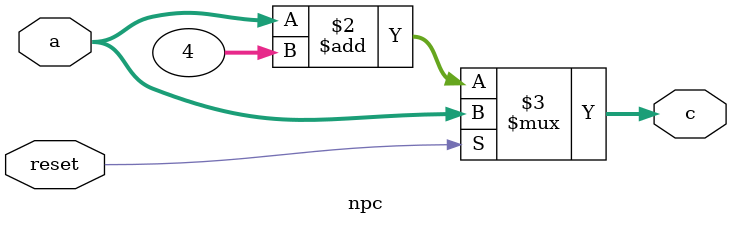
<source format=v>
`timescale 1ns / 1ps


module npc(
    input [31:0] a,
    input reset,
    output [31:0] c
    );
    assign c=(reset==1)?a:a+4;
endmodule

</source>
